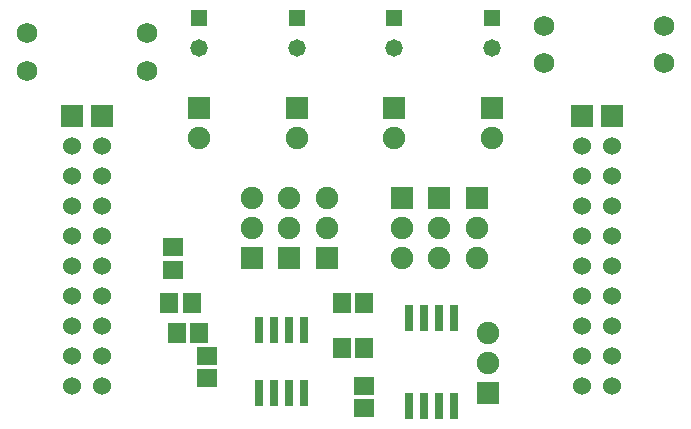
<source format=gts>
G04 DipTrace 3.2.0.1*
G04 PCBTutorial.gts*
%MOIN*%
G04 #@! TF.FileFunction,Soldermask,Top*
G04 #@! TF.Part,Single*
%ADD24C,0.06*%
%ADD29R,0.074X0.074*%
%ADD40R,0.031622X0.08674*%
%ADD42C,0.068*%
%ADD44C,0.068*%
%ADD46R,0.067055X0.059181*%
%ADD48C,0.074929*%
%ADD50R,0.074929X0.074929*%
%ADD52R,0.058X0.058*%
%ADD54C,0.058*%
%ADD56R,0.059181X0.067055*%
%FSLAX26Y26*%
G04*
G70*
G90*
G75*
G01*
G04 TopMask*
%LPD*%
D56*
X1594000Y844000D3*
X1519197D3*
X1594000Y694000D3*
X1519197D3*
X1019000Y844000D3*
X944197D3*
X1044000Y744000D3*
X969197D3*
D54*
X2019000Y1694000D3*
D52*
Y1794000D3*
D54*
X1694000Y1694000D3*
D52*
Y1794000D3*
D54*
X1369000Y1694000D3*
D52*
Y1794000D3*
D54*
X1044000Y1694000D3*
D52*
Y1794000D3*
D50*
X1219000Y994000D3*
D48*
Y1094000D3*
Y1194000D3*
D50*
X1344000Y994000D3*
D48*
Y1094000D3*
Y1194000D3*
D50*
X1469000Y994000D3*
D48*
Y1094000D3*
Y1194000D3*
D50*
X1969000D3*
D48*
Y1094000D3*
Y994000D3*
D50*
X1844000Y1194000D3*
D48*
Y1094000D3*
Y994000D3*
D50*
X1719000Y1194000D3*
D48*
Y1094000D3*
Y994000D3*
D50*
X2006500Y544000D3*
D48*
Y644000D3*
Y744000D3*
D50*
X2019000Y1494000D3*
D48*
Y1394000D3*
D50*
X1694000Y1494000D3*
D48*
Y1394000D3*
D50*
X1369000Y1494000D3*
D48*
Y1394000D3*
D50*
X1044000Y1494000D3*
D48*
Y1394000D3*
D46*
X956500Y956500D3*
Y1031303D3*
X1069000Y594000D3*
Y668803D3*
X1594000Y494000D3*
Y568803D3*
D44*
X2594000Y1769000D3*
D42*
X2194000D3*
D44*
X2594000Y1644000D3*
D42*
X2194000D3*
D44*
X469000Y1619000D3*
D42*
X869000D3*
D44*
X469000Y1744000D3*
D42*
X869000D3*
D40*
X1244000Y544000D3*
X1294000D3*
X1344000D3*
X1394000D3*
Y756598D3*
X1344000D3*
X1294000D3*
X1244000D3*
X1894000Y794000D3*
X1844000D3*
X1794000D3*
X1744000D3*
Y502661D3*
X1794000D3*
X1844000D3*
X1894000D3*
D29*
X619000Y1469000D3*
D24*
Y1369000D3*
Y1269000D3*
Y1169000D3*
Y1069000D3*
Y969000D3*
Y869000D3*
Y769000D3*
Y669000D3*
Y569000D3*
D29*
X719000Y1469000D3*
D24*
Y1369000D3*
Y1269000D3*
Y1169000D3*
Y1069000D3*
Y969000D3*
Y869000D3*
Y769000D3*
Y669000D3*
Y569000D3*
D29*
X2319000Y1469000D3*
D24*
Y1369000D3*
Y1269000D3*
Y1169000D3*
Y1069000D3*
Y969000D3*
Y869000D3*
Y769000D3*
Y669000D3*
Y569000D3*
D29*
X2419000Y1469000D3*
D24*
Y1369000D3*
Y1269000D3*
Y1169000D3*
Y1069000D3*
Y969000D3*
Y869000D3*
Y769000D3*
Y669000D3*
Y569000D3*
M02*

</source>
